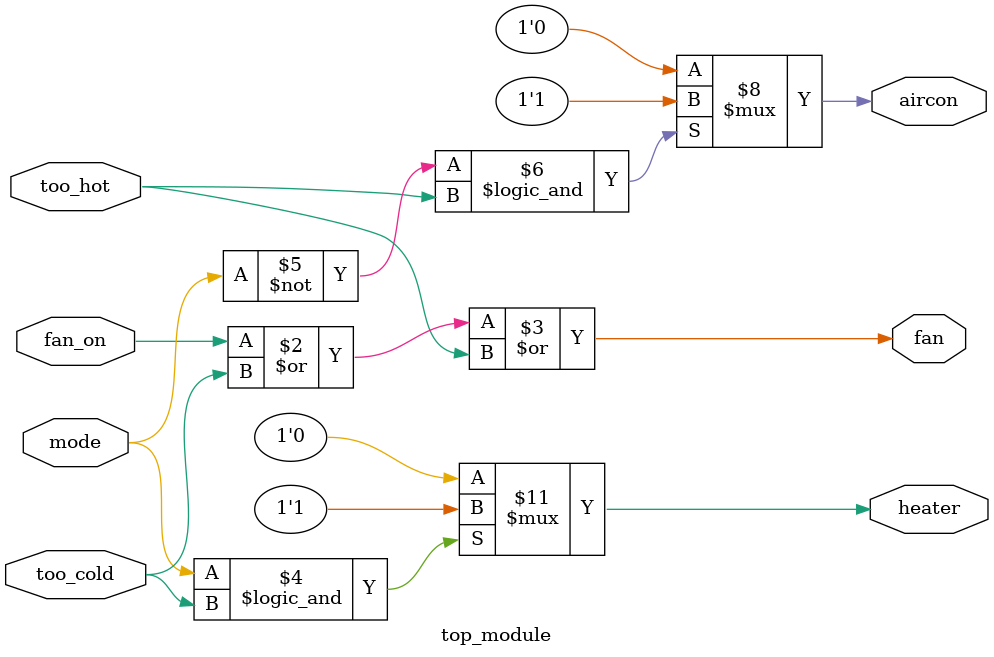
<source format=sv>
module top_module(
    input mode,
    input too_cold,
    input too_hot,
    input fan_on,
    output reg heater,
    output reg aircon,
    output reg fan
);

always @(*) begin
    // Fan control logic
    fan = fan_on | too_cold | too_hot;

    // Heater control logic
    if (mode && too_cold)
        heater = 1;
    else
        heater = 0;

    // Air conditioner control logic
    if (~mode && too_hot)
        aircon = 1;
    else
        aircon = 0;
end

endmodule

</source>
